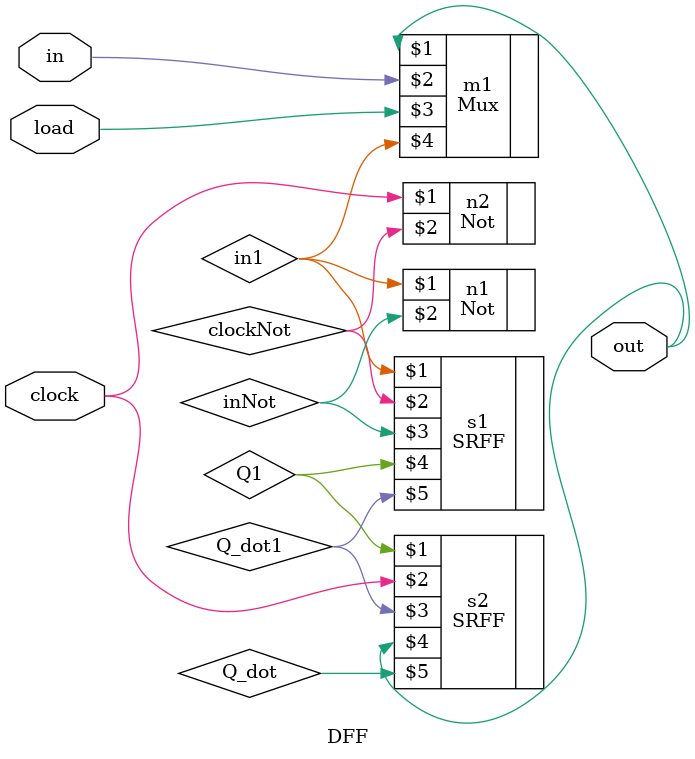
<source format=v>
`ifndef DFF_V
`define DFF_V
`include "mux.v"
`include "not.v"
`include "srff.v"
module DFF(input in, clock, load, output out);

Mux m1(out, in, load, in1);
Not n1(in1, inNot);
Not n2(clock, clockNot);
SRFF s1(in1, clockNot, inNot, Q1, Q_dot1);
SRFF s2(Q1, clock, Q_dot1, out, Q_dot);
endmodule
`endif
</source>
